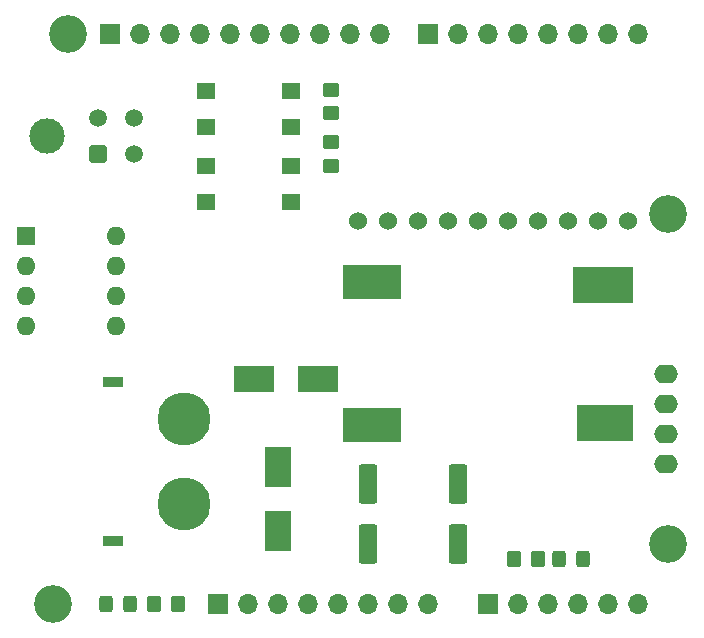
<source format=gts>
G04 #@! TF.GenerationSoftware,KiCad,Pcbnew,6.0.7-f9a2dced07~116~ubuntu20.04.1*
G04 #@! TF.CreationDate,2022-08-24T23:56:41+08:00*
G04 #@! TF.ProjectId,arduino_can_bus_shield_v2.1,61726475-696e-46f5-9f63-616e5f627573,rev?*
G04 #@! TF.SameCoordinates,Original*
G04 #@! TF.FileFunction,Soldermask,Top*
G04 #@! TF.FilePolarity,Negative*
%FSLAX46Y46*%
G04 Gerber Fmt 4.6, Leading zero omitted, Abs format (unit mm)*
G04 Created by KiCad (PCBNEW 6.0.7-f9a2dced07~116~ubuntu20.04.1) date 2022-08-24 23:56:41*
%MOMM*%
%LPD*%
G01*
G04 APERTURE LIST*
G04 Aperture macros list*
%AMRoundRect*
0 Rectangle with rounded corners*
0 $1 Rounding radius*
0 $2 $3 $4 $5 $6 $7 $8 $9 X,Y pos of 4 corners*
0 Add a 4 corners polygon primitive as box body*
4,1,4,$2,$3,$4,$5,$6,$7,$8,$9,$2,$3,0*
0 Add four circle primitives for the rounded corners*
1,1,$1+$1,$2,$3*
1,1,$1+$1,$4,$5*
1,1,$1+$1,$6,$7*
1,1,$1+$1,$8,$9*
0 Add four rect primitives between the rounded corners*
20,1,$1+$1,$2,$3,$4,$5,0*
20,1,$1+$1,$4,$5,$6,$7,0*
20,1,$1+$1,$6,$7,$8,$9,0*
20,1,$1+$1,$8,$9,$2,$3,0*%
G04 Aperture macros list end*
%ADD10R,1.700000X1.700000*%
%ADD11O,1.700000X1.700000*%
%ADD12RoundRect,0.250000X-0.450000X0.350000X-0.450000X-0.350000X0.450000X-0.350000X0.450000X0.350000X0*%
%ADD13RoundRect,0.250000X-0.350000X-0.450000X0.350000X-0.450000X0.350000X0.450000X-0.350000X0.450000X0*%
%ADD14RoundRect,0.250000X-0.325000X-0.450000X0.325000X-0.450000X0.325000X0.450000X-0.325000X0.450000X0*%
%ADD15R,1.800000X0.900000*%
%ADD16C,4.500000*%
%ADD17R,1.600000X1.400000*%
%ADD18C,3.000000*%
%ADD19RoundRect,0.250001X0.499999X-0.499999X0.499999X0.499999X-0.499999X0.499999X-0.499999X-0.499999X0*%
%ADD20C,1.500000*%
%ADD21RoundRect,0.250000X-0.550000X1.412500X-0.550000X-1.412500X0.550000X-1.412500X0.550000X1.412500X0*%
%ADD22C,3.200000*%
%ADD23RoundRect,0.250000X0.450000X-0.350000X0.450000X0.350000X-0.450000X0.350000X-0.450000X-0.350000X0*%
%ADD24C,1.524000*%
%ADD25R,2.300000X3.500000*%
%ADD26R,1.600000X1.600000*%
%ADD27O,1.600000X1.600000*%
%ADD28R,5.020000X2.940000*%
%ADD29R,4.826000X3.048000*%
%ADD30R,5.118000X3.070000*%
%ADD31RoundRect,0.250000X0.350000X0.450000X-0.350000X0.450000X-0.350000X-0.450000X0.350000X-0.450000X0*%
%ADD32RoundRect,0.250000X0.325000X0.450000X-0.325000X0.450000X-0.325000X-0.450000X0.325000X-0.450000X0*%
%ADD33O,2.000000X1.600000*%
%ADD34R,3.500000X2.300000*%
G04 APERTURE END LIST*
D10*
X127940000Y-97460000D03*
D11*
X130480000Y-97460000D03*
X133020000Y-97460000D03*
X135560000Y-97460000D03*
X138100000Y-97460000D03*
X140640000Y-97460000D03*
X143180000Y-97460000D03*
X145720000Y-97460000D03*
D10*
X150800000Y-97460000D03*
D11*
X153340000Y-97460000D03*
X155880000Y-97460000D03*
X158420000Y-97460000D03*
X160960000Y-97460000D03*
X163500000Y-97460000D03*
D10*
X118796000Y-49200000D03*
D11*
X121336000Y-49200000D03*
X123876000Y-49200000D03*
X126416000Y-49200000D03*
X128956000Y-49200000D03*
X131496000Y-49200000D03*
X134036000Y-49200000D03*
X136576000Y-49200000D03*
X139116000Y-49200000D03*
X141656000Y-49200000D03*
D10*
X145720000Y-49200000D03*
D11*
X148260000Y-49200000D03*
X150800000Y-49200000D03*
X153340000Y-49200000D03*
X155880000Y-49200000D03*
X158420000Y-49200000D03*
X160960000Y-49200000D03*
X163500000Y-49200000D03*
D12*
X137465000Y-53915000D03*
X137465000Y-55915000D03*
D13*
X152975000Y-93650000D03*
X154975000Y-93650000D03*
D14*
X118415000Y-97460000D03*
X120465000Y-97460000D03*
D15*
X119050000Y-92145000D03*
X119050000Y-78645000D03*
D16*
X125050000Y-88995000D03*
X125050000Y-81795000D03*
D17*
X134080000Y-60400000D03*
X126880000Y-60400000D03*
X134080000Y-63400000D03*
X126880000Y-63400000D03*
D18*
X113460000Y-57860000D03*
D19*
X117780000Y-59360000D03*
D20*
X117780000Y-56360000D03*
X120780000Y-59360000D03*
X120780000Y-56360000D03*
D17*
X126880000Y-54050000D03*
X134080000Y-54050000D03*
X126880000Y-57050000D03*
X134080000Y-57050000D03*
D21*
X148260000Y-87302500D03*
X148260000Y-92377500D03*
D22*
X115240000Y-49200000D03*
D21*
X140640000Y-87302500D03*
X140640000Y-92377500D03*
D23*
X137465000Y-60360000D03*
X137465000Y-58360000D03*
D24*
X139751000Y-65075000D03*
X142291000Y-65075000D03*
X144831000Y-65075000D03*
X147371000Y-65075000D03*
X149911000Y-65075000D03*
X152451000Y-65075000D03*
X154991000Y-65075000D03*
X157531000Y-65075000D03*
X160071000Y-65075000D03*
X162611000Y-65075000D03*
D25*
X133020000Y-85870000D03*
X133020000Y-91270000D03*
D26*
X111684000Y-66345000D03*
D27*
X111684000Y-68885000D03*
X111684000Y-71425000D03*
X111684000Y-73965000D03*
X119304000Y-73965000D03*
X119304000Y-71425000D03*
X119304000Y-68885000D03*
X119304000Y-66345000D03*
D28*
X140991000Y-82317750D03*
X140991000Y-70233750D03*
D29*
X160706000Y-82117750D03*
D30*
X160560000Y-70422750D03*
D31*
X124495000Y-97460000D03*
X122495000Y-97460000D03*
D22*
X113970000Y-97460000D03*
X166040000Y-64440000D03*
D32*
X158810000Y-93650000D03*
X156760000Y-93650000D03*
D22*
X166040000Y-92380000D03*
D33*
X165845000Y-77965000D03*
X165845000Y-80505000D03*
X165845000Y-83045000D03*
X165845000Y-85585000D03*
D34*
X136355000Y-78410000D03*
X130955000Y-78410000D03*
M02*

</source>
